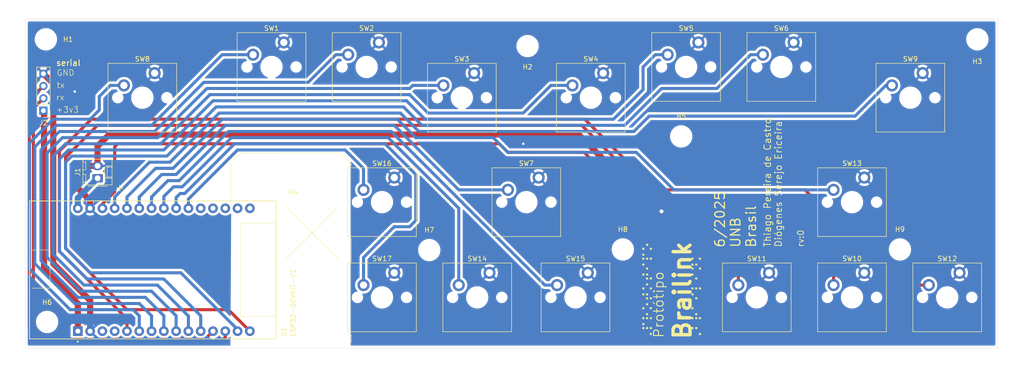
<source format=kicad_pcb>
(kicad_pcb (version 20241229) (generator "pcbnew") (generator_version "9.0")
  (title_block (title "Placa PCB do Brailink") (date "2025-06-19") (rev "0") (company "UNB 1/2025") (comment 1 "Desenho Técnico por Wagner Clemente Coelho Batalha") (comment 2 "Diógenes Serejo Ericeira") (comment 3 "Thiago Pereira de Castro"))
  (layers (0 "F.Cu" signal) (2 "B.Cu" signal) (13 "F.Paste" user) (15 "B.Paste" user) (5 "F.SilkS" user "F.Silkscreen") (7 "B.SilkS" user "B.Silkscreen") (1 "F.Mask" user) (3 "B.Mask" user) (25 "Edge.Cuts" user))
  (net 0 "")
  (net 1 "GND")
  (net 2 "+BATT")
  (net 3 "/P1")
  (net 4 "/P2")
  (net 5 "/P3")
  (net 6 "/P4")
  (net 7 "/P5")
  (net 8 "/P6")
  (net 9 "/ESPACO")
  (net 10 "/ENTER")
  (net 11 "/RETRO")
  (net 12 "/BAIXO")
  (net 13 "/ESQUERDA")
  (net 14 "/DIREITA")
  (net 15 "/CIMA")
  (net 16 "/IMPRIMIR")
  (net 17 "/NARRADOR")
  (net 18 "/VOLUME +")
  (net 19 "/VOLUME -")
  (net 24 "/TX")
  (net 25 "+3V3")
  (net 27 "/RX")
  (footprint "MountingHole:MountingHole_3.2mm_M3" (layer "F.Cu") (at 239.268 76.2)
    (property "Reference" "H3" (at 0 4.572 0) (layer "F.SilkS"))
    (property "Value" "MountingHole_3.2mm_M3")
    (pad "" np_thru_hole circle (at 0 0) (size 4 4) (drill 4) (layers "*.Cu" "*.Mask"))
  )
  (footprint "PCM_Switch_Keyboard_Cherry_MX:SW_Cherry_MX_PCB_2.00u" (layer "F.Cu") (at 146.05 109.855)
    (property "Reference" "SW7" (at 0 -8 0) (layer "F.SilkS"))
    (property "Value" "ESPACO")
    (fp_line (start -7.1 -7.1) (end -7.1 7.1) (stroke (width 0.12)) (layer "F.SilkS"))
    (fp_line (start -7.1 7.1) (end 7.1 7.1) (stroke (width 0.12)) (layer "F.SilkS"))
    (fp_line (start 7.1 -7.1) (end -7.1 -7.1) (stroke (width 0.12)) (layer "F.SilkS"))
    (fp_line (start 7.1 7.1) (end 7.1 -7.1) (stroke (width 0.12)) (layer "F.SilkS"))
    (pad "" np_thru_hole circle (at -5.08 0) (size 1.75 1.75) (drill 1.75) (layers "*.Cu" "*.Mask"))
    (pad "" np_thru_hole circle (at 0 0) (size 4 4) (drill 4) (layers "*.Cu" "*.Mask"))
    (pad "" np_thru_hole circle (at 5.08 0) (size 1.75 1.75) (drill 1.75) (layers "*.Cu" "*.Mask"))
    (pad "1" thru_hole circle (at -3.81 -2.54) (size 2.5 2.5) (drill 1.5) (layers "*.Cu" "*.Mask") (net 9 "/ESPACO"))
    (pad "2" thru_hole circle (at 2.54 -5.08) (size 2.5 2.5) (drill 1.5) (layers "*.Cu" "*.Mask") (net 1 "GND"))
  )
  (footprint "PCM_Switch_Keyboard_Cherry_MX:SW_Cherry_MX_PCB_1.00u" (layer "F.Cu") (at 116.205 109.855)
    (property "Reference" "SW16" (at 0 -8 0) (layer "F.SilkS"))
    (property "Value" "VOLUME +")
    (fp_line (start -7.1 -7.1) (end -7.1 7.1) (stroke (width 0.12)) (layer "F.SilkS"))
    (fp_line (start -7.1 7.1) (end 7.1 7.1) (stroke (width 0.12)) (layer "F.SilkS"))
    (fp_line (start 7.1 -7.1) (end -7.1 -7.1) (stroke (width 0.12)) (layer "F.SilkS"))
    (fp_line (start 7.1 7.1) (end 7.1 -7.1) (stroke (width 0.12)) (layer "F.SilkS"))
    (pad "" np_thru_hole circle (at -5.08 0) (size 1.75 1.75) (drill 1.75) (layers "*.Cu" "*.Mask"))
    (pad "" np_thru_hole circle (at 0 0) (size 4 4) (drill 4) (layers "*.Cu" "*.Mask"))
    (pad "" np_thru_hole circle (at 5.08 0) (size 1.75 1.75) (drill 1.75) (layers "*.Cu" "*.Mask"))
    (pad "1" thru_hole circle (at -3.81 -2.54) (size 2.5 2.5) (drill 1.5) (layers "*.Cu" "*.Mask") (net 18 "/VOLUME +"))
    (pad "2" thru_hole circle (at 2.54 -5.08) (size 2.5 2.5) (drill 1.5) (layers "*.Cu" "*.Mask") (net 1 "GND"))
  )
  (footprint "MountingHole:MountingHole_3.2mm_M3" (layer "F.Cu") (at 97.79 103.505)
    (property "Reference" "H4" (at 0.127 4.318 0) (layer "F.SilkS"))
    (property "Value" "MountingHole_3.2mm_M3")
    (pad "" np_thru_hole circle (at 0 0) (size 4 4) (drill 4) (layers "*.Cu" "*.Mask"))
  )
  (footprint "PCM_Switch_Keyboard_Cherry_MX:SW_Cherry_MX_PCB_1.00u" (layer "F.Cu") (at 179.07 81.915)
    (property "Reference" "SW5" (at 0 -8 0) (layer "F.SilkS"))
    (property "Value" "P5")
    (fp_line (start -7.1 -7.1) (end -7.1 7.1) (stroke (width 0.12)) (layer "F.SilkS"))
    (fp_line (start -7.1 7.1) (end 7.1 7.1) (stroke (width 0.12)) (layer "F.SilkS"))
    (fp_line (start 7.1 -7.1) (end -7.1 -7.1) (stroke (width 0.12)) (layer "F.SilkS"))
    (fp_line (start 7.1 7.1) (end 7.1 -7.1) (stroke (width 0.12)) (layer "F.SilkS"))
    (pad "" np_thru_hole circle (at -5.08 0) (size 1.75 1.75) (drill 1.75) (layers "*.Cu" "*.Mask"))
    (pad "" np_thru_hole circle (at 0 0) (size 4 4) (drill 4) (layers "*.Cu" "*.Mask"))
    (pad "" np_thru_hole circle (at 5.08 0) (size 1.75 1.75) (drill 1.75) (layers "*.Cu" "*.Mask"))
    (pad "1" thru_hole circle (at -3.81 -2.54) (size 2.5 2.5) (drill 1.5) (layers "*.Cu" "*.Mask") (net 7 "/P5"))
    (pad "2" thru_hole circle (at 2.54 -5.08) (size 2.5 2.5) (drill 1.5) (layers "*.Cu" "*.Mask") (net 1 "GND"))
  )
  (footprint "PCM_Switch_Keyboard_Cherry_MX:SW_Cherry_MX_PCB_1.00u" (layer "F.Cu") (at 132.715 88.265)
    (property "Reference" "SW3" (at 0 -8 0) (layer "F.SilkS"))
    (property "Value" "P3" (hide yes))
    (fp_line (start -7.1 -7.1) (end -7.1 7.1) (stroke (width 0.12)) (layer "F.SilkS"))
    (fp_line (start -7.1 7.1) (end 7.1 7.1) (stroke (width 0.12)) (layer "F.SilkS"))
    (fp_line (start 7.1 -7.1) (end -7.1 -7.1) (stroke (width 0.12)) (layer "F.SilkS"))
    (fp_line (start 7.1 7.1) (end 7.1 -7.1) (stroke (width 0.12)) (layer "F.SilkS"))
    (pad "" np_thru_hole circle (at -5.08 0) (size 1.75 1.75) (drill 1.75) (layers "*.Cu" "*.Mask"))
    (pad "" np_thru_hole circle (at 0 0) (size 4 4) (drill 4) (layers "*.Cu" "*.Mask"))
    (pad "" np_thru_hole circle (at 5.08 0) (size 1.75 1.75) (drill 1.75) (layers "*.Cu" "*.Mask"))
    (pad "1" thru_hole circle (at -3.81 -2.54) (size 2.5 2.5) (drill 1.5) (layers "*.Cu" "*.Mask") (net 5 "/P3"))
    (pad "2" thru_hole circle (at 2.54 -5.08) (size 2.5 2.5) (drill 1.5) (layers "*.Cu" "*.Mask") (net 1 "GND"))
  )
  (footprint "PCM_Switch_Keyboard_Cherry_MX:SW_Cherry_MX_PCB_1.75u" (layer "F.Cu") (at 66.675 88.265)
    (property "Reference" "SW8" (at 0 -8 0) (layer "F.SilkS"))
    (property "Value" "ENTER")
    (fp_line (start -7.1 -7.1) (end -7.1 7.1) (stroke (width 0.12)) (layer "F.SilkS"))
    (fp_line (start -7.1 7.1) (end 7.1 7.1) (stroke (width 0.12)) (layer "F.SilkS"))
    (fp_line (start 7.1 -7.1) (end -7.1 -7.1) (stroke (width 0.12)) (layer "F.SilkS"))
    (fp_line (start 7.1 7.1) (end 7.1 -7.1) (stroke (width 0.12)) (layer "F.SilkS"))
    (pad "" np_thru_hole circle (at -5.08 0) (size 1.75 1.75) (drill 1.75) (layers "*.Cu" "*.Mask"))
    (pad "" np_thru_hole circle (at 0 0) (size 4 4) (drill 4) (layers "*.Cu" "*.Mask"))
    (pad "" np_thru_hole circle (at 5.08 0) (size 1.75 1.75) (drill 1.75) (layers "*.Cu" "*.Mask"))
    (pad "1" thru_hole circle (at -3.81 -2.54) (size 2.5 2.5) (drill 1.5) (layers "*.Cu" "*.Mask") (net 10 "/ENTER"))
    (pad "2" thru_hole circle (at 2.54 -5.08) (size 2.5 2.5) (drill 1.5) (layers "*.Cu" "*.Mask") (net 1 "GND"))
  )
  (footprint "PCM_Switch_Keyboard_Cherry_MX:SW_Cherry_MX_PCB_1.00u" (layer "F.Cu") (at 93.37787 81.915)
    (property "Reference" "SW1" (at 0 -8 0) (layer "F.SilkS"))
    (property "Value" "P1")
    (fp_line (start -7.1 -7.1) (end -7.1 7.1) (stroke (width 0.12)) (layer "F.SilkS"))
    (fp_line (start -7.1 7.1) (end 7.1 7.1) (stroke (width 0.12)) (layer "F.SilkS"))
    (fp_line (start 7.1 -7.1) (end -7.1 -7.1) (stroke (width 0.12)) (layer "F.SilkS"))
    (fp_line (start 7.1 7.1) (end 7.1 -7.1) (stroke (width 0.12)) (layer "F.SilkS"))
    (pad "" np_thru_hole circle (at -5.08 0) (size 1.75 1.75) (drill 1.75) (layers "*.Cu" "*.Mask"))
    (pad "" np_thru_hole circle (at 0 0) (size 4 4) (drill 4) (layers "*.Cu" "*.Mask"))
    (pad "" np_thru_hole circle (at 5.08 0) (size 1.75 1.75) (drill 1.75) (layers "*.Cu" "*.Mask"))
    (pad "1" thru_hole circle (at -3.81 -2.54) (size 2.5 2.5) (drill 1.5) (layers "*.Cu" "*.Mask") (net 3 "/P1"))
    (pad "2" thru_hole circle (at 2.54 -5.08) (size 2.5 2.5) (drill 1.5) (layers "*.Cu" "*.Mask") (net 1 "GND"))
  )
  (footprint "MountingHole:MountingHole_3.2mm_M3" (layer "F.Cu") (at 125.984 119.761)
    (property "Reference" "H7" (at 0 -4.15 0) (layer "F.SilkS"))
    (property "Value" "MountingHole_3.2mm_M3")
    (pad "" np_thru_hole circle (at 0 0) (size 4 4) (drill 4) (layers "*.Cu" "*.Mask"))
  )
  (footprint "MountingHole:MountingHole_3.2mm_M3" (layer "F.Cu") (at 46.99 134.62)
    (property "Reference" "H6" (at 0 -4.064 0) (layer "F.SilkS"))
    (property "Value" "MountingHole_3.2mm_M3")
    (pad "" np_thru_hole circle (at 0 0) (size 4 4) (drill 4) (layers "*.Cu" "*.Mask"))
  )
  (footprint "PCM_Switch_Keyboard_Cherry_MX:SW_Cherry_MX_PCB_1.00u" (layer "F.Cu") (at 159.385 88.265)
    (property "Reference" "SW4" (at 0 -8 0) (layer "F.SilkS"))
    (property "Value" "P4")
    (fp_line (start -7.1 -7.1) (end -7.1 7.1) (stroke (width 0.12)) (layer "F.SilkS"))
    (fp_line (start -7.1 7.1) (end 7.1 7.1) (stroke (width 0.12)) (layer "F.SilkS"))
    (fp_line (start 7.1 -7.1) (end -7.1 -7.1) (stroke (width 0.12)) (layer "F.SilkS"))
    (fp_line (start 7.1 7.1) (end 7.1 -7.1) (stroke (width 0.12)) (layer "F.SilkS"))
    (pad "" np_thru_hole circle (at -5.08 0) (size 1.75 1.75) (drill 1.75) (layers "*.Cu" "*.Mask"))
    (pad "" np_thru_hole circle (at 0 0) (size 4 4) (drill 4) (layers "*.Cu" "*.Mask"))
    (pad "" np_thru_hole circle (at 5.08 0) (size 1.75 1.75) (drill 1.75) (layers "*.Cu" "*.Mask"))
    (pad "1" thru_hole circle (at -3.81 -2.54) (size 2.5 2.5) (drill 1.5) (layers "*.Cu" "*.Mask") (net 6 "/P4"))
    (pad "2" thru_hole circle (at 2.54 -5.08) (size 2.5 2.5) (drill 1.5) (layers "*.Cu" "*.Mask") (net 1 "GND"))
  )
  (footprint "PCM_Switch_Keyboard_Cherry_MX:SW_Cherry_MX_PCB_1.00u" (layer "F.Cu") (at 233.045 129.54)
    (property "Reference" "SW12" (at 0 -8 0) (layer "F.SilkS"))
    (property "Value" "DIREITA")
    (fp_line (start -7.1 -7.1) (end -7.1 7.1) (stroke (width 0.12)) (layer "F.SilkS"))
    (fp_line (start -7.1 7.1) (end 7.1 7.1) (stroke (width 0.12)) (layer "F.SilkS"))
    (fp_line (start 7.1 -7.1) (end -7.1 -7.1) (stroke (width 0.12)) (layer "F.SilkS"))
    (fp_line (start 7.1 7.1) (end 7.1 -7.1) (stroke (width 0.12)) (layer "F.SilkS"))
    (pad "" np_thru_hole circle (at -5.08 0) (size 1.75 1.75) (drill 1.75) (layers "*.Cu" "*.Mask"))
    (pad "" np_thru_hole circle (at 0 0) (size 4 4) (drill 4) (layers "*.Cu" "*.Mask"))
    (pad "" np_thru_hole circle (at 5.08 0) (size 1.75 1.75) (drill 1.75) (layers "*.Cu" "*.Mask"))
    (pad "1" thru_hole circle (at -3.81 -2.54) (size 2.5 2.5) (drill 1.5) (layers "*.Cu" "*.Mask") (net 14 "/DIREITA"))
    (pad "2" thru_hole circle (at 2.54 -5.08) (size 2.5 2.5) (drill 1.5) (layers "*.Cu" "*.Mask") (net 1 "GND"))
  )
  (footprint "PCM_Switch_Keyboard_Cherry_MX:SW_Cherry_MX_PCB_1.75u" (layer "F.Cu") (at 225.425 88.265)
    (property "Reference" "SW9" (at 0 -8 0) (layer "F.SilkS"))
    (property "Value" "RETRO")
    (fp_line (start -7.1 -7.1) (end -7.1 7.1) (stroke (width 0.12)) (layer "F.SilkS"))
    (fp_line (start -7.1 7.1) (end 7.1 7.1) (stroke (width 0.12)) (layer "F.SilkS"))
    (fp_line (start 7.1 -7.1) (end -7.1 -7.1) (stroke (width 0.12)) (layer "F.SilkS"))
    (fp_line (start 7.1 7.1) (end 7.1 -7.1) (stroke (width 0.12)) (layer "F.SilkS"))
    (pad "" np_thru_hole circle (at -5.08 0) (size 1.75 1.75) (drill 1.75) (layers "*.Cu" "*.Mask"))
    (pad "" np_thru_hole circle (at 0 0) (size 4 4) (drill 4) (layers "*.Cu" "*.Mask"))
    (pad "" np_thru_hole circle (at 5.08 0) (size 1.75 1.75) (drill 1.75) (layers "*.Cu" "*.Mask"))
    (pad "1" thru_hole circle (at -3.81 -2.54) (size 2.5 2.5) (drill 1.5) (layers "*.Cu" "*.Mask") (net 11 "/RETRO"))
    (pad "2" thru_hole circle (at 2.54 -5.08) (size 2.5 2.5) (drill 1.5) (layers "*.Cu" "*.Mask") (net 1 "GND"))
  )
  (footprint "Connector_PinHeader_2.54mm:PinHeader_1x04_P2.54mm_Vertical" (layer "F.Cu") (at 46.228 90.932 180)
    (property "Reference" "J2" (at 0 -2.54 0) (layer "F.SilkS"))
    (property "Value" "Conn_01x04_Pin")
    (fp_line (start 1.38 1.27) (end 1.38 9) (stroke (width 0.12)) (layer "F.SilkS"))
    (fp_line (start -1.38 9) (end 1.38 9) (stroke (width 0.12)) (layer "F.SilkS"))
    (fp_line (start -1.38 1.27) (end 1.38 1.27) (stroke (width 0.12)) (layer "F.SilkS"))
    (fp_line (start -1.38 1.27) (end -1.38 9) (stroke (width 0.12)) (layer "F.SilkS"))
    (fp_line (start -1.38 0) (end -1.38 -1.38) (stroke (width 0.12)) (layer "F.SilkS"))
    (fp_line (start -1.38 -1.38) (end 0 -1.38) (stroke (width 0.12)) (layer "F.SilkS"))
    (pad "1" thru_hole rect (at 0 0 180) (size 1.7 1.7) (drill 1) (layers "*.Cu" "*.Mask") (net 25 "+3V3"))
    (pad "2" thru_hole circle (at 0 2.54 180) (size 1.7 1.7) (drill 1) (layers "*.Cu" "*.Mask") (net 27 "/RX"))
    (pad "3" thru_hole circle (at 0 5.08 180) (size 1.7 1.7) (drill 1) (layers "*.Cu" "*.Mask") (net 24 "/TX"))
    (pad "4" thru_hole circle (at 0 7.62 180) (size 1.7 1.7) (drill 1) (layers "*.Cu" "*.Mask") (net 1 "GND"))
  )
  (footprint "PCM_Switch_Keyboard_Cherry_MX:SW_Cherry_MX_PCB_1.00u" (layer "F.Cu") (at 193.675001 129.54)
    (property "Reference" "SW11" (at 0 -8 0) (layer "F.SilkS"))
    (property "Value" "ESQUERDA")
    (fp_line (start -7.1 -7.1) (end -7.1 7.1) (stroke (width 0.12)) (layer "F.SilkS"))
    (fp_line (start -7.1 7.1) (end 7.1 7.1) (stroke (width 0.12)) (layer "F.SilkS"))
    (fp_line (start 7.1 -7.1) (end -7.1 -7.1) (stroke (width 0.12)) (layer "F.SilkS"))
    (fp_line (start 7.1 7.1) (end 7.1 -7.1) (stroke (width 0.12)) (layer "F.SilkS"))
    (pad "" np_thru_hole circle (at -5.08 0) (size 1.75 1.75) (drill 1.75) (layers "*.Cu" "*.Mask"))
    (pad "" np_thru_hole circle (at 0 0) (size 4 4) (drill 4) (layers "*.Cu" "*.Mask"))
    (pad "" np_thru_hole circle (at 5.08 0) (size 1.75 1.75) (drill 1.75) (layers "*.Cu" "*.Mask"))
    (pad "1" thru_hole circle (at -3.81 -2.54) (size 2.5 2.5) (drill 1.5) (layers "*.Cu" "*.Mask") (net 13 "/ESQUERDA"))
    (pad "2" thru_hole circle (at 2.54 -5.08) (size 2.5 2.5) (drill 1.5) (layers "*.Cu" "*.Mask") (net 1 "GND"))
  )
  (footprint "MountingHole:MountingHole_3.2mm_M3" (layer "F.Cu") (at 223.266 119.634)
    (property "Reference" "H9" (at 0 -4.15 0) (layer "F.SilkS"))
    (property "Value" "MountingHole_3.2mm_M3")
    (pad "" np_thru_hole circle (at 0 0) (size 4 4) (drill 4) (layers "*.Cu" "*.Mask"))
  )
  (footprint "ESP32-DEVKIT-V1:MODULE_ESP32_DEVKIT_V1" (layer "F.Cu") (at 68.855 123.825 90)
    (property "Reference" "U1" (at -13.97 27.665 90) (layer "F.SilkS") (effects (justify left bottom)))
    (property "Value" "ESP32-DEVKIT-V1")
    (fp_line (start 14.23 -25.475) (end 14.23 25.475) (stroke (width 0.127)) (layer "F.SilkS"))
    (fp_line (start 14.23 -25.475) (end 14.23 25.475) (stroke (width 0.127)) (layer "F.SilkS"))
    (fp_line (start 3.5 -25.475) (end 14.23 -25.475) (stroke (width 0.127)) (layer "F.SilkS"))
    (fp_line (start -3.211 -25.475) (end 3.5 -25.475) (stroke (width 0.127)) (layer "F.SilkS"))
    (fp_line (start -14.28 -25.475) (end 14.23 -25.475) (stroke (width 0.127)) (layer "F.SilkS"))
    (fp_line (start -14.28 -25.475) (end -3.211 -25.475) (stroke (width 0.127)) (layer "F.SilkS"))
    (fp_line (start 4.066 -25.075) (end 4.066 -21.265) (stroke (width 0.1)) (layer "F.SilkS"))
    (fp_line (start 4.066 -21.265) (end -3.808 -21.265) (stroke (width 0.1)) (layer "F.SilkS"))
    (fp_line (start -3.808 -21.265) (end -3.808 -25.075) (stroke (width 0.1)) (layer "F.SilkS"))
    (fp_line (start 14.23 25.475) (end -14.28 25.475) (stroke (width 0.127)) (layer "F.SilkS"))
    (fp_line (start 8.78 25.475) (end 14.23 25.475) (stroke (width 0.127)) (layer "F.SilkS"))
    (fp_line (start -8.91 25.475) (end 8.78 25.475) (stroke (width 0.127)) (layer "F.SilkS"))
    (fp_line (start -14.28 25.475) (end -14.28 -25.475) (stroke (width 0.127)) (layer "F.SilkS"))
    (fp_line (start -14.28 25.475) (end -14.28 -25.475) (stroke (width 0.127)) (layer "F.SilkS"))
    (fp_line (start -14.28 25.475) (end -8.91 25.475) (stroke (width 0.127)) (layer "F.SilkS"))
    (fp_rect (start -9.65 18.105) (end 9.654 25.475) (stroke (width 0.1)) (fill no) (layer "F.SilkS"))
    (fp_circle (center -14.85 -15.515) (end -14.75 -15.515) (stroke (width 0.2)) (fill no) (layer "F.SilkS"))
    (pad "1" thru_hole rect (at -12.7 -15.515 90) (size 2 2) (drill 1.02) (layers "*.Cu" "*.Mask") (net 25 "+3V3"))
    (pad "2" thru_hole circle (at -12.7 -12.975 90) (size 2 2) (drill 1.02) (layers "*.Cu" "*.Mask") (net 1 "GND"))
    (pad "3" thru_hole circle (at -12.7 -10.435 90) (size 2 2) (drill 1.02) (layers "*.Cu" "*.Mask"))
    (pad "4" thru_hole circle (at -12.7 -7.895 90) (size 2 2) (drill 1.02) (layers "*.Cu" "*.Mask"))
    (pad "5" thru_hole circle (at -12.7 -5.355 90) (size 2 2) (drill 1.02) (layers "*.Cu" "*.Mask") (net 14 "/DIREITA"))
    (pad "6" thru_hole circle (at -12.7 -2.815 90) (size 2 2) (drill 1.02) (layers "*.Cu" "*.Mask") (net 10 "/ENTER"))
    (pad "7" thru_hole circle (at -12.7 -0.275 90) (size 2 2) (drill 1.02) (layers "*.Cu" "*.Mask") (net 3 "/P1"))
    (pad "8" thru_hole circle (at -12.7 2.265 90) (size 2 2) (drill 1.02) (layers "*.Cu" "*.Mask") (net 4 "/P2"))
    (pad "9" thru_hole circle (at -12.7 4.805 90) (size 2 2) (drill 1.02) (layers "*.Cu" "*.Mask") (net 5 "/P3"))
    (pad "10" thru_hole circle (at -12.7 7.345 90) (size 2 2) (drill 1.02) (layers "*.Cu" "*.Mask") (net 6 "/P4"))
    (pad "11" thru_hole circle (at -12.7 9.885 90) (size 2 2) (drill 1.02) (layers "*.Cu" "*.Mask") (net 7 "/P5"))
    (pad "12" thru_hole circle (at -12.7 12.425 90) (size 2 2) (drill 1.02) (layers "*.Cu" "*.Mask") (net 27 "/RX"))
    (pad "13" thru_hole circle (at -12.7 14.965 90) (size 2 2) (drill 1.02) (layers "*.Cu" "*.Mask") (net 24 "/TX"))
    (pad "14" thru_hole circle (at -12.7 17.505 90) (size 2 2) (drill 1.02) (layers "*.Cu" "*.Mask") (net 8 "/P6"))
    (pad "15" thru_hole circle (at -12.7 20.045 90) (size 2 2) (drill 1.02) (layers "*.Cu" "*.Mask") (net 12 "/BAIXO"))
    (pad "16" thru_hole circle (at 12.7 20.045 90) (size 2 2) (drill 1.02) (layers "*.Cu" "*.Mask"))
    (pad "17" thru_hole circle (at 12.7 17.505 90) (size 2 2) (drill 1.02) (layers "*.Cu" "*.Mask"))
    (pad "18" thru_hole circle (at 12.7 14.965 90) (size 2 2) (drill 1.02) (layers "*.Cu" "*.Mask"))
    (pad "19" thru_hole circle (at 12.7 12.425 90) (size 2 2) (drill 1.02) (layers "*.Cu" "*.Mask"))
    (pad "20" thru_hole circle (at 12.7 9.885 90) (size 2 2) (drill 1.02) (layers "*.Cu" "*.Mask"))
    (pad "21" thru_hole circle (at 12.7 7.345 90) (size 2 2) (drill 1.02) (layers "*.Cu" "*.Mask") (net 18 "/VOLUME +"))
    (pad "22" thru_hole circle (at 12.7 4.805 90) (size 2 2) (drill 1.02) (layers "*.Cu" "*.Mask") (net 19 "/VOLUME -"))
    (pad "23" thru_hole circle (at 12.7 2.265 90) (size 2 2) (drill 1.02) (layers "*.Cu" "*.Mask") (net 16 "/IMPRIMIR"))
    (pad "24" thru_hole circle (at 12.7 -0.275 90) (size 2 2) (drill 1.02) (layers "*.Cu" "*.Mask") (net 17 "/NARRADOR"))
    (pad "25" thru_hole circle (at 12.7 -2.815 90) (size 2 2) (drill 1.02) (layers "*.Cu" "*.Mask") (net 9 "/ESPACO"))
    (pad "26" thru_hole circle (at 12.7 -5.355 90) (size 2 2) (drill 1.02) (layers "*.Cu" "*.Mask") (net 15 "/CIMA"))
    (pad "27" thru_hole circle (at 12.7 -7.895 90) (size 2 2) (drill 1.02) (layers "*.Cu" "*.Mask") (net 11 "/RETRO"))
    (pad "28" thru_hole circle (at 12.7 -10.435 90) (size 2 2) (drill 1.02) (layers "*.Cu" "*.Mask") (net 13 "/ESQUERDA"))
    (pad "29" thru_hole circle (at 12.7 -12.975 90) (size 2 2) (drill 1.02) (layers "*.Cu" "*.Mask") (net 1 "GND"))
    (pad "30" thru_hole circle (at 12.7 -15.515 90) (size 2 2) (drill 1.02) (layers "*.Cu" "*.Mask") (net 2 "+BATT"))
    (zone (net 0) (net_name "") (layer "B.Cu") (connect_pads (clearance 0)) (min_thickness 0.01)
      (keepout (tracks not_allowed) (vias not_allowed) (pads not_allowed) (copperpour not_allowed) (footprints allowed))
      (fill (thermal_gap 0.508) (thermal_bridge_width 0.508))
      (polygon (pts (xy 87.84 132.735) (xy 87.84 115.045) (xy 94.33 115.045) (xy 94.33 132.735)))
    )
  )
  (footprint "PCM_Switch_Keyboard_Cherry_MX:SW_Cherry_MX_PCB_1.00u" (layer "F.Cu") (at 116.205 129.54)
    (property "Reference" "SW17" (at 0 -8 0) (layer "F.SilkS"))
    (property "Value" "VOLUME -")
    (fp_line (start -7.1 -7.1) (end -7.1 7.1) (stroke (width 0.12)) (layer "F.SilkS"))
    (fp_line (start -7.1 7.1) (end 7.1 7.1) (stroke (width 0.12)) (layer "F.SilkS"))
    (fp_line (start 7.1 -7.1) (end -7.1 -7.1) (stroke (width 0.12)) (layer "F.SilkS"))
    (fp_line (start 7.1 7.1) (end 7.1 -7.1) (stroke (width 0.12)) (layer "F.SilkS"))
    (pad "" np_thru_hole circle (at -5.08 0) (size 1.75 1.75) (drill 1.75) (layers "*.Cu" "*.Mask"))
    (pad "" np_thru_hole circle (at 0 0) (size 4 4) (drill 4) (layers "*.Cu" "*.Mask"))
    (pad "" np_thru_hole circle (at 5.08 0) (size 1.75 1.75) (drill 1.75) (layers "*.Cu" "*.Mask"))
    (pad "1" thru_hole circle (at -3.81 -2.54) (size 2.5 2.5) (drill 1.5) (layers "*.Cu" "*.Mask") (net 19 "/VOLUME -"))
    (pad "2" thru_hole circle (at 2.54 -5.08) (size 2.5 2.5) (drill 1.5) (layers "*.Cu" "*.Mask") (net 1 "GND"))
  )
  (footprint "MountingHole:MountingHole_3.2mm_M3" (layer "F.Cu") (at 46.736 76.2)
    (property "Reference" "H1" (at 4.572 0 0) (layer "F.SilkS"))
    (property "Value" "MountingHole_3.2mm_M3")
    (pad "" np_thru_hole circle (at 0 0) (size 4 4) (drill 4) (layers "*.Cu" "*.Mask"))
  )
  (footprint "PCM_Switch_Keyboard_Cherry_MX:SW_Cherry_MX_PCB_1.00u" (layer "F.Cu") (at 135.89 129.54)
    (property "Reference" "SW14" (at 0 -8 0) (layer "F.SilkS"))
    (property "Value" "IMPRIMIR")
    (fp_line (start -7.1 -7.1) (end -7.1 7.1) (stroke (width 0.12)) (layer "F.SilkS"))
    (fp_line (start -7.1 7.1) (end 7.1 7.1) (stroke (width 0.12)) (layer "F.SilkS"))
    (fp_line (start 7.1 -7.1) (end -7.1 -7.1) (stroke (width 0.12)) (layer "F.SilkS"))
    (fp_line (start 7.1 7.1) (end 7.1 -7.1) (stroke (width 0.12)) (layer "F.SilkS"))
    (pad "" np_thru_hole circle (at -5.08 0) (size 1.75 1.75) (drill 1.75) (layers "*.Cu" "*.Mask"))
    (pad "" np_thru_hole circle (at 0 0) (size 4 4) (drill 4) (layers "*.Cu" "*.Mask"))
    (pad "" np_thru_hole circle (at 5.08 0) (size 1.75 1.75) (drill 1.75) (layers "*.Cu" "*.Mask"))
    (pad "1" thru_hole circle (at -3.81 -2.54) (size 2.5 2.5) (drill 1.5) (layers "*.Cu" "*.Mask") (net 16 "/IMPRIMIR"))
    (pad "2" thru_hole circle (at 2.54 -5.08) (size 2.5 2.5) (drill 1.5) (layers "*.Cu" "*.Mask") (net 1 "GND"))
  )
  (footprint "MountingHole:MountingHole_3.2mm_M3" (layer "F.Cu") (at 165.989 119.634)
    (property "Reference" "H8" (at 0 -4.15 0) (layer "F.SilkS"))
    (property "Value" "MountingHole_3.2mm_M3")
    (pad "" np_thru_hole circle (at 0 0) (size 3.75 3.75) (drill 4) (layers "*.Cu" "*.Mask"))
  )
  (footprint "Connector_Molex:Molex_KK-254_AE-6410-02A_1x02_P2.54mm_Vertical" (layer "F.Cu") (at 57.424 104.907 90)
    (property "Reference" "J1" (at 1.27 -4.12 90) (layer "F.SilkS"))
    (property "Value" "Conn_01x02_Pin")
    (fp_line (start 3.92 -3.03) (end -1.38 -3.03) (stroke (width 0.12)) (layer "F.SilkS"))
    (fp_line (start 1.74 -3.03) (end 1.74 -2.43) (stroke (width 0.12)) (layer "F.SilkS"))
    (fp_line (start -0.8 -3.03) (end -0.8 -2.43) (stroke (width 0.12)) (layer "F.SilkS"))
    (fp_line (start -1.38 -3.03) (end -1.38 2.99) (stroke (width 0.12)) (layer "F.SilkS"))
    (fp_line (start 3.34 -2.43) (end 3.34 -3.03) (stroke (width 0.12)) (layer "F.SilkS"))
    (fp_line (start 1.74 -2.43) (end 3.34 -2.43) (stroke (width 0.12)) (layer "F.SilkS"))
    (fp_line (start 0.8 -2.43) (end 0.8 -3.03) (stroke (width 0.12)) (layer "F.SilkS"))
    (fp_line (start -0.8 -2.43) (end 0.8 -2.43) (stroke (width 0.12)) (layer "F.SilkS"))
    (fp_line (start -1.67 -2) (end -1.67 2) (stroke (width 0.12)) (layer "F.SilkS"))
    (fp_line (start 2.29 1.46) (end 2.54 1.99) (stroke (width 0.12)) (layer "F.SilkS"))
    (fp_line (start 0.25 1.46) (end 2.29 1.46) (stroke (width 0.12)) (layer "F.SilkS"))
    (fp_line (start 2.54 1.99) (end 2.54 2.99) (stroke (width 0.12)) (layer "F.SilkS"))
    (fp_line (start 0 1.99) (end 0.25 1.46) (stroke (width 0.12)) (layer "F.SilkS"))
    (fp_line (start 0 1.99) (end 2.54 1.99) (stroke (width 0.12)) (layer "F.SilkS"))
    (fp_line (start 3.92 2.99) (end 3.92 -3.03) (stroke (width 0.12)) (layer "F.SilkS"))
    (fp_line (start 2.29 2.99) (end 2.29 1.99) (stroke (width 0.12)) (layer "F.SilkS"))
    (fp_line (start 0.25 2.99) (end 0.25 1.99) (stroke (width 0.12)) (layer "F.SilkS"))
    (fp_line (start 0 2.99) (end 0 1.99) (stroke (width 0.12)) (layer "F.SilkS"))
    (fp_line (start -1.38 2.99) (end 3.92 2.99) (stroke (width 0.12)) (layer "F.SilkS"))
    (pad "1" thru_hole roundrect (at 0 0 90) (size 1.74 2.19) (drill 1.19) (layers "*.Cu" "*.Mask") (roundrect_rratio 0.143678) (net 2 "+BATT"))
    (pad "2" thru_hole oval (at 2.54 0 90) (size 1.74 2.19) (drill 1.19) (layers "*.Cu" "*.Mask") (net 1 "GND"))
  )
  (footprint "PCM_Switch_Keyboard_Cherry_MX:SW_Cherry_MX_PCB_1.00u" (layer "F.Cu") (at 213.36 129.54)
    (property "Reference" "SW10" (at 0 -8 0) (layer "F.SilkS"))
    (property "Value" "BAIXO")
    (fp_line (start -7.1 -7.1) (end -7.1 7.1) (stroke (width 0.12)) (layer "F.SilkS"))
    (fp_line (start -7.1 7.1) (end 7.1 7.1) (stroke (width 0.12)) (layer "F.SilkS"))
    (fp_line (start 7.1 -7.1) (end -7.1 -7.1) (stroke (width 0.12)) (layer "F.SilkS"))
    (fp_line (start 7.1 7.1) (end 7.1 -7.1) (stroke (width 0.12)) (layer "F.SilkS"))
    (pad "" np_thru_hole circle (at -5.08 0) (size 1.75 1.75) (drill 1.75) (layers "*.Cu" "*.Mask"))
    (pad "" np_thru_hole circle (at 0 0) (size 4 4) (drill 4) (layers "*.Cu" "*.Mask"))
    (pad "" np_thru_hole circle (at 5.08 0) (size 1.75 1.75) (drill 1.75) (layers "*.Cu" "*.Mask"))
    (pad "1" thru_hole circle (at -3.81 -2.54) (size 2.5 2.5) (drill 1.5) (layers "*.Cu" "*.Mask") (net 12 "/BAIXO"))
    (pad "2" thru_hole circle (at 2.54 -5.08) (size 2.5 2.5) (drill 1.5) (layers "*.Cu" "*.Mask") (net 1 "GND"))
  )
  (footprint "PCM_Switch_Keyboard_Cherry_MX:SW_Cherry_MX_PCB_1.00u" (layer "F.Cu") (at 113.03 81.915)
    (property "Reference" "SW2" (at 0 -8 0) (layer "F.SilkS"))
    (property "Value" "P2")
    (fp_line (start -7.1 -7.1) (end -7.1 7.1) (stroke (width 0.12)) (layer "F.SilkS"))
    (fp_line (start -7.1 7.1) (end 7.1 7.1) (stroke (width 0.12)) (layer "F.SilkS"))
    (fp_line (start 7.1 -7.1) (end -7.1 -7.1) (stroke (width 0.12)) (layer "F.SilkS"))
    (fp_line (start 7.1 7.1) (end 7.1 -7.1) (stroke (width 0.12)) (layer "F.SilkS"))
    (pad "" np_thru_hole circle (at -5.08 0) (size 1.75 1.75) (drill 1.75) (layers "*.Cu" "*.Mask"))
    (pad "" np_thru_hole circle (at 0 0) (size 4 4) (drill 4) (layers "*.Cu" "*.Mask"))
    (pad "" np_thru_hole circle (at 5.08 0) (size 1.75 1.75) (drill 1.75) (layers "*.Cu" "*.Mask"))
    (pad "1" thru_hole circle (at -3.81 -2.54) (size 2.5 2.5) (drill 1.5) (layers "*.Cu" "*.Mask") (net 4 "/P2"))
    (pad "2" thru_hole circle (at 2.54 -5.08) (size 2.5 2.5) (drill 1.5) (layers "*.Cu" "*.Mask") (net 1 "GND"))
  )
  (footprint "PCM_Switch_Keyboard_Cherry_MX:SW_Cherry_MX_PCB_1.00u" (layer "F.Cu") (at 198.755 81.915)
    (property "Reference" "SW6" (at 0 -8 0) (layer "F.SilkS"))
    (property "Value" "P6")
    (fp_line (start -7.1 -7.1) (end -7.1 7.1) (stroke (width 0.12)) (layer "F.SilkS"))
    (fp_line (start -7.1 7.1) (end 7.1 7.1) (stroke (width 0.12)) (layer "F.SilkS"))
    (fp_line (start 7.1 -7.1) (end -7.1 -7.1) (stroke (width 0.12)) (layer "F.SilkS"))
    (fp_line (start 7.1 7.1) (end 7.1 -7.1) (stroke (width 0.12)) (layer "F.SilkS"))
    (pad "" np_thru_hole circle (at -5.08 0) (size 1.75 1.75) (drill 1.75) (layers "*.Cu" "*.Mask"))
    (pad "" np_thru_hole circle (at 0 0) (size 4 4) (drill 4) (layers "*.Cu" "*.Mask"))
    (pad "" np_thru_hole circle (at 5.08 0) (size 1.75 1.75) (drill 1.75) (layers "*.Cu" "*.Mask"))
    (pad "1" thru_hole circle (at -3.81 -2.54) (size 2.5 2.5) (drill 1.5) (layers "*.Cu" "*.Mask") (net 8 "/P6"))
    (pad "2" thru_hole circle (at 2.54 -5.08) (size 2.5 2.5) (drill 1.5) (layers "*.Cu" "*.Mask") (net 1 "GND"))
  )
  (footprint "PCM_Switch_Keyboard_Cherry_MX:SW_Cherry_MX_PCB_1.00u" (layer "F.Cu") (at 156.21 129.54)
    (property "Reference" "SW15" (at 0 -8 0) (layer "F.SilkS"))
    (property "Value" "NARRADOR")
    (fp_line (start -7.1 -7.1) (end -7.1 7.1) (stroke (width 0.12)) (layer "F.SilkS"))
    (fp_line (start -7.1 7.1) (end 7.1 7.1) (stroke (width 0.12)) (layer "F.SilkS"))
    (fp_line (start 7.1 -7.1) (end -7.1 -7.1) (stroke (width 0.12)) (layer "F.SilkS"))
    (fp_line (start 7.1 7.1) (end 7.1 -7.1) (stroke (width 0.12)) (layer "F.SilkS"))
    (pad "" np_thru_hole circle (at -5.08 0) (size 1.75 1.75) (drill 1.75) (layers "*.Cu" "*.Mask"))
    (pad "" np_thru_hole circle (at 0 0) (size 4 4) (drill 4) (layers "*.Cu" "*.Mask"))
    (pad "" np_thru_hole circle (at 5.08 0) (size 1.75 1.75) (drill 1.75) (layers "*.Cu" "*.Mask"))
    (pad "1" thru_hole circle (at -3.81 -2.54) (size 2.5 2.5) (drill 1.5) (layers "*.Cu" "*.Mask") (net 17 "/NARRADOR"))
    (pad "2" thru_hole circle (at 2.54 -5.08) (size 2.5 2.5) (drill 1.5) (layers "*.Cu" "*.Mask") (net 1 "GND"))
  )
  (footprint "MountingHole:MountingHole_3.2mm_M3" (layer "F.Cu") (at 146.304 77.597)
    (property "Reference" "H2" (at 0 4.318 0) (layer "F.SilkS"))
    (property "Value" "MountingHole_3.2mm_M3")
    (pad "" np_thru_hole circle (at 0 0) (size 4 4) (drill 4) (layers "*.Cu" "*.Mask"))
  )
  (footprint "MountingHole:MountingHole_3.2mm_M3" (layer "F.Cu") (at 178.054 96.266)
    (property "Reference" "H5" (at 0 -4.15 0) (layer "F.SilkS"))
    (property "Value" "MountingHole_3.2mm_M3")
    (pad "" np_thru_hole circle (at 0 0) (size 4 4) (drill 4) (layers "*.Cu" "*.Mask"))
  )
  (footprint "PCM_Switch_Keyboard_Cherry_MX:SW_Cherry_MX_PCB_1.00u" (layer "F.Cu") (at 213.36 109.855)
    (property "Reference" "SW13" (at 0 -8 0) (layer "F.SilkS"))
    (property "Value" "CIMA")
    (fp_line (start -7.1 -7.1) (end -7.1 7.1) (stroke (width 0.12)) (layer "F.SilkS"))
    (fp_line (start -7.1 7.1) (end 7.1 7.1) (stroke (width 0.12)) (layer "F.SilkS"))
    (fp_line (start 7.1 -7.1) (end -7.1 -7.1) (stroke (width 0.12)) (layer "F.SilkS"))
    (fp_line (start 7.1 7.1) (end 7.1 -7.1) (stroke (width 0.12)) (layer "F.SilkS"))
    (pad "" np_thru_hole circle (at -5.08 0) (size 1.75 1.75) (drill 1.75) (layers "*.Cu" "*.Mask"))
    (pad "" np_thru_hole circle (at 0 0) (size 4 4) (drill 4) (layers "*.Cu" "*.Mask"))
    (pad "" np_thru_hole circle (at 5.08 0) (size 1.75 1.75) (drill 1.75) (layers "*.Cu" "*.Mask"))
    (pad "1" thru_hole circle (at -3.81 -2.54) (size 2.5 2.5) (drill 1.5) (layers "*.Cu" "*.Mask") (net 15 "/CIMA"))
    (pad "2" thru_hole circle (at 2.54 -5.08) (size 2.5 2.5) (drill 1.5) (layers "*.Cu" "*.Mask") (net 1 "GND"))
  )
  (gr_line (start 109.8 101.854) (end 109.8 102.362) (stroke (width 0.1)) (layer "F.SilkS"))
  (gr_line (start 109.8 101.854) (end 107.823 99.695) (stroke (width 0.1)) (layer "F.SilkS"))
  (gr_line (start 96.375 110.875) (end 107.125 121.625) (stroke (width 0.1)) (layer "F.SilkS"))
  (gr_line (start 85 101.6) (end 86.995 99.7) (stroke (width 0.1)) (layer "F.SilkS"))
  (gr_line (start 109.8 137.16) (end 109.8 138.9) (stroke (width 0.1)) (layer "F.SilkS"))
  (gr_line (start 86.995 99.7) (end 107.823 99.695) (stroke (width 0.1)) (layer "F.SilkS"))
  (gr_line (start 109.8 117.348) (end 109.8 122.174) (stroke (width 0.1)) (layer "F.SilkS"))
  (gr_line (start 96.375 121.625) (end 107.125 110.875) (stroke (width 0.1)) (layer "F.SilkS"))
  (gr_line (start 85 109) (end 85 101.6) (stroke (width 0.1)) (layer "F.SilkS"))
  (gr_rect (start 42.5 72) (end 243.5 140) (stroke (width 0.05)) (fill no) (layer "Edge.Cuts"))
  (gr_text "⠠⠏⠗⠕⠞⠕⠞⠊⠏⠕" (at 172.548 138.548 90) (layer "F.SilkS") (effects (font (size 2 2) (thickness 0.1)) (justify left bottom)))
  (gr_text "+" (at 60.96 107.696 0) (layer "F.SilkS") (effects (font (size 1.5 1.5) (thickness 0.2) (bold yes)) (justify left bottom)))
  (gr_text "rx" (at 48.768 88.9 0) (layer "F.SilkS") (effects (font (size 1.2 1.2) (thickness 0.12)) (justify left bottom)))
  (gr_text "⠠⠃⠗⠁⠊⠇⠊⠝⠅" (at 182.708 138.548 90) (layer "F.SilkS") (effects (font (size 2 2) (thickness 0.1)) (justify left bottom)))
  (gr_text "tx" (at 48.895 86.36 0) (layer "F.SilkS") (effects (font (size 1.2 1.2) (thickness 0.12)) (justify left bottom)))
  (gr_text "serial" (at 48.768 81.788 0) (layer "F.SilkS") (effects (font (size 1.2 1.2) (thickness 0.2) (bold yes)) (justify left bottom)))
  (gr_text "ESP32-DEVKIT-V1" (at 98.425 137.795 90) (layer "F.SilkS") (effects (font (size 1 1)) (justify left bottom)))
  (gr_text "Protótipo" (at 174.58 138.04 90) (layer "F.SilkS") (effects (font (size 2 2) (thickness 0.2)) (justify left bottom)))
  (gr_text "Brailink" (at 180.34 138.548 90) (layer "F.SilkS") (effects (font (size 3.5 3.5) (thickness 0.7) (bold yes)) (justify left bottom)))
  (gr_text "GND" (at 48.895 83.82 0) (layer "F.SilkS") (effects (font (size 1.2 1.2) (thickness 0.12)) (justify left bottom)))
  (gr_text "rv:0" (at 202.012 119.244 90) (layer "F.SilkS") (effects (font (size 1.27 1.27)) (justify left top)))
  (gr_text "Thiago Pereira de Castro\nDiógenes Serejo Ericeira" (at 198.964 119.244 90) (layer "F.SilkS") (effects (font (size 1.4 1.4) (thickness 0.175)) (justify left bottom)))
  (gr_text "+3v3" (at 48.768 91.44 0) (layer "F.SilkS") (effects (font (size 1.2 1.2) (thickness 0.12)) (justify left bottom)))
  (gr_text "6/2025\nUNB\nBrasil" (at 193.675 119.38 90) (layer "F.SilkS") (effects (font (size 2 2) (thickness 0.25)) (justify left bottom)))
  (segment (start 57.404 98.298) (end 59.817 95.885) (width 1.27) (layer "F.Cu") (net 1))
  (segment (start 55.88 109.51) (end 55.88 111.125) (width 1.27) (layer "F.Cu") (net 1))
  (segment (start 171.45 110.49) (end 156.845 95.885) (width 1.27) (layer "F.Cu") (net 1))
  (segment (start 142.24 95.885) (end 144.145 97.79) (width 1.27) (layer "F.Cu") (net 1))
  (segment (start 173.99 111.76) (end 172.72 110.49) (width 1.27) (layer "F.Cu") (net 1))
  (segment (start 144.145 97.79) (end 145.415 97.79) (width 1.27) (layer "F.Cu") (net 1))
  (segment (start 48.26 122.555) (end 55.88 130.175) (width 1.27) (layer "F.Cu") (net 1))
  (segment (start 53.295 103.75) (end 53.295 106.925) (width 1.27) (layer "F.Cu") (net 1))
  (segment (start 59.817 95.885) (end 142.24 95.885) (width 1.27) (layer "F.Cu") (net 1))
  (segment (start 48.26 91.44) (end 48.26 122.555) (width 1.27) (layer "F.Cu") (net 1))
  (segment (start 54.678 102.367) (end 53.295 103.75) (width 1.27) (layer "F.Cu") (net 1))
  (segment (start 57.404 102.347) (end 57.404 98.298) (width 1.27) (layer "F.Cu") (net 1))
  (segment (start 55.88 133.985) (end 55.88 136.525) (width 1.27) (layer "F.Cu") (net 1))
  (segment (start 55.88 130.175) (end 55.88 133.985) (width 1.27) (layer "F.Cu") (net 1))
  (segment (start 156.845 95.885) (end 142.24 95.885) (width 1.27) (layer "F.Cu") (net 1))
  (segment (start 48.26 85.344) (end 46.228 83.312) (width 1.27) (layer "F.Cu") (net 1))
  (segment (start 172.72 110.49) (end 171.45 110.49) (width 1.27) (layer "F.Cu") (net 1))
  (segment (start 52.705 86.995) (end 48.26 91.44) (width 1.27) (layer "F.Cu") (net 1))
  (segment (start 48.26 91.44) (end 48.26 85.344) (width 1.27) (layer "F.Cu") (net 1))
  (segment (start 53.295 106.925) (end 55.88 109.51) (width 1.27) (layer "F.Cu") (net 1))
  (segment (start 57.424 102.367) (end 54.678 102.367) (width 1.27) (layer "F.Cu") (net 1))
  (via (at 52.705 86.995) (size 0.9) (drill 0.5) (layers "F.Cu" "B.Cu") (net 1))
  (via (at 145.415 97.79) (size 0.9) (drill 0.5) (layers "F.Cu" "B.Cu") (net 1))
  (via (at 173.99 111.76) (size 1.2) (drill 0.8) (layers "F.Cu" "B.Cu") (net 1))
  (segment (start 55.88 136.525) (end 55.88 133.985) (width 1.27) (layer "B.Cu") (net 1))
  (segment (start 53.34 111.125) (end 53.34 108.991) (width 1.27) (layer "B.Cu") (net 2))
  (segment (start 53.34 108.991) (end 57.424 104.907) (width 1.27) (layer "B.Cu") (net 2))
  (segment (start 89.56787 79.375) (end 83.185 79.375) (width 0.635) (layer "B.Cu") (net 3))
  (segment (start 68.58 133.35) (end 68.58 136.525) (width 0.635) (layer "B.Cu") (net 3))
  (segment (start 44.45 122.555) (end 52.705 130.81) (width 0.635) (layer "B.Cu") (net 3))
  (segment (start 83.185 79.375) (end 68.58 93.98) (width 0.635) (layer "B.Cu") (net 3))
  (segment (start 48.895 93.98) (end 44.45 98.425) (width 0.635) (layer "B.Cu") (net 3))
  (segment (start 44.45 98.425) (end 44.45 122.555) (width 0.635) (layer "B.Cu") (net 3))
  (segment (start 68.58 93.98) (end 48.895 93.98) (width 0.635) (layer "B.Cu") (net 3))
  (segment (start 52.705 130.81) (end 66.04 130.81) (width 0.635) (layer "B.Cu") (net 3))
  (segment (start 66.04 130.81) (end 68.58 133.35) (width 0.635) (layer "B.Cu") (net 3))
  (segment (start 71.12 133.35) (end 71.12 136.525) (width 0.635) (layer "B.Cu") (net 4))
  (segment (start 67.31 129.54) (end 71.12 133.35) (width 0.635) (layer "B.Cu") (net 4))
  (segment (start 53.34 129.54) (end 67.31 129.54) (width 0.635) (layer "B.Cu") (net 4))
  (segment (start 106.68 79.375) (end 100.965 85.09) (width 0.635) (layer "B.Cu") (net 4))
  (segment (start 79.375 85.09) (end 69.215 95.25) (width 0.635) (layer "B.Cu") (net 4))
  (segment (start 69.215 95.25) (end 49.53 95.25) (width 0.635) (layer "B.Cu") (net 4))
  (segment (start 100.965 85.09) (end 79.375 85.09) (width 0.635) (layer "B.Cu") (net 4))
  (segment (start 49.53 95.25) (end 45.72 99.06) (width 0.635) (layer "B.Cu") (net 4))
  (segment (start 109.22 79.375) (end 106.68 79.375) (width 0.635) (layer "B.Cu") (net 4))
  (segment (start 45.72 99.06) (end 45.72 121.92) (width 0.635) (layer "B.Cu") (net 4))
  (segment (start 45.72 121.92) (end 53.34 129.54) (width 0.635) (layer "B.Cu") (net 4))
  (segment (start 53.975 128.27) (end 68.58 128.27) (width 0.635) (layer "B.Cu") (net 5))
  (segment (start 73.66 133.35) (end 73.66 136.525) (width 0.635) (layer "B.Cu") (net 5))
  (segment (start 121.92 86.36) (end 80.01 86.36) (width 0.635) (layer "B.Cu") (net 5))
  (segment (start 50.165 96.52) (end 46.99 99.695) (width 0.635) (layer "B.Cu") (net 5))
  (segment (start 46.99 99.695) (end 46.99 121.285) (width 0.635) (layer "B.Cu") (net 5))
  (segment (start 80.01 86.36) (end 69.85 96.52) (width 0.635) (layer "B.Cu") (net 5))
  (segment (start 68.58 128.27) (end 73.66 133.35) (width 0.635) (layer "B.Cu") (net 5))
  (segment (start 46.99 121.285) (end 53.975 128.27) (width 0.635) (layer "B.Cu") (net 5))
  (segment (start 122.555 85.725) (end 121.92 86.36) (width 0.635) (layer "B.Cu") (net 5))
  (segment (start 69.85 96.52) (end 50.165 96.52) (width 0.635) (layer "B.Cu") (net 5))
  (segment (start 128.905 85.725) (end 122.555 85.725) (width 0.635) (layer "B.Cu") (net 5))
  (segment (start 125.73 91.44) (end 121.92 87.63) (width 0.635) (layer "B.Cu") (net 6))
  (segment (start 48.26 120.65) (end 54.61 127) (width 0.635) (layer "B.Cu") (net 6))
  (segment (start 69.802528 127) (end 76.2 133.397472) (width 0.635) (layer "B.Cu") (net 6))
  (segment (start 155.575 85.725) (end 151.13 85.725) (width 0.635) (layer "B.Cu") (net 6))
  (segment (start 151.13 85.725) (end 145.415 91.44) (width 0.635) (layer "B.Cu") (net 6))
  (segment (start 54.61 127) (end 69.802528 127) (width 0.635) (layer "B.Cu") (net 6))
  (segment (start 145.415 91.44) (end 125.73 91.44) (width 0.635) (layer "B.Cu") (net 6))
  (segment (start 70.485 97.79) (end 50.8 97.79) (width 0.635) (layer "B.Cu") (net 6))
  (segment (start 80.645 87.63) (end 70.485 97.79) (width 0.635) (layer "B.Cu") (net 6))
  (segment (start 50.8 97.79) (end 48.26 100.33) (width 0.635) (layer "B.Cu") (net 6))
  (segment (start 121.92 87.63) (end 80.645 87.63) (width 0.635) (layer "B.Cu") (net 6))
  (segment (start 48.26 100.33) (end 48.26 120.65) (width 0.635) (layer "B.Cu") (net 6))
  (segment (start 76.2 133.397472) (end 76.2 136.525) (width 0.635) (layer "B.Cu") (net 6))
  (segment (start 172.72 79.375) (end 170.18 81.915) (width 0.635) (layer "B.Cu") (net 7))
  (segment (start 78.74 133.35) (end 78.74 136.525) (width 0.635) (layer "B.Cu") (net 7))
  (segment (start 71.12 99.06) (end 51.435 99.06) (width 0.635) (layer "B.Cu") (net 7))
  (segment (start 170.18 81.915) (end 170.18 86.588827) (width 0.635) (layer "B.Cu") (net 7))
  (segment (start 125.095 92.71) (end 121.285 88.9) (width 0.635) (layer "B.Cu") (net 7))
  (segment (start 164.058827 92.71) (end 125.095 92.71) (width 0.635) (layer "B.Cu") (net 7))
  (segment (start 175.26 79.375) (end 172.72 79.375) (width 0.635) (layer "B.Cu") (net 7))
  (segment (start 49.53 100.965) (end 49.53 120.015) (width 0.635) (layer "B.Cu") (net 7))
  (segment (start 121.285 88.9) (end 81.28 88.9) (width 0.635) (layer "B.Cu") (net 7))
  (segment (start 51.435 99.06) (end 49.53 100.965) (width 0.635) (layer "B.Cu") (net 7))
  (segment (start 170.18 86.588827) (end 164.058827 92.71) (width 0.635) (layer "B.Cu") (net 7))
  (segment (start 49.53 120.015) (end 55.245 125.73) (width 0.635) (layer "B.Cu") (net 7))
  (segment (start 81.28 88.9) (end 71.12 99.06) (width 0.635) (layer "B.Cu") (net 7))
  (segment (start 55.245 125.73) (end 71.12 125.73) (width 0.635) (layer "B.Cu") (net 7))
  (segment (start 71.12 125.73) (end 78.74 133.35) (width 0.635) (layer "B.Cu") (net 7))
  (segment (start 194.945 79.375) (end 192.405 79.375) (width 0.635) (layer "B.Cu") (net 8))
  (segment (start 173.99 86.36) (end 166.37 93.98) (width 0.635) (layer "B.Cu") (net 8))
  (segment (start 50.8 119.38) (end 55.88 124.46) (width 0.635) (layer "B.Cu") (net 8))
  (segment (start 81.915 90.17) (end 71.755 100.33) (width 0.635) (layer "B.Cu") (net 8))
  (segment (start 120.65 90.17) (end 81.915 90.17) (width 0.635) (layer "B.Cu") (net 8))
  (segment (start 71.755 100.33) (end 52.07 100.33) (width 0.635) (layer "B.Cu") (net 8))
  (segment (start 86.36 136.18) (end 86.36 136.525) (width 0.635) (layer "B.Cu") (net 8))
  (segment (start 185.42 86.36) (end 173.99 86.36) (width 0.635) (layer "B.Cu") (net 8))
  (segment (start 74.64 124.46) (end 86.36 136.18) (width 0.635) (layer "B.Cu") (net 8))
  (segment (start 52.07 100.33) (end 50.8 101.6) (width 0.635) (layer "B.Cu") (net 8))
  (segment (start 124.46 93.98) (end 120.65 90.17) (width 0.635) (layer "B.Cu") (net 8))
  (segment (start 192.405 79.375) (end 185.42 86.36) (width 0.635) (layer "B.Cu") (net 8))
  (segment (start 50.8 101.6) (end 50.8 119.38) (width 0.635) (layer "B.Cu") (net 8))
  (segment (start 55.88 124.46) (end 74.64 124.46) (width 0.635) (layer "B.Cu") (net 8))
  (segment (start 166.37 93.98) (end 124.46 93.98) (width 0.635) (layer "B.Cu") (net 8))
  (segment (start 66.04 108.785) (end 66.04 111.125) (width 0.635) (layer "B.Cu") (net 9))
  (segment (start 70.685 104.14) (end 66.04 108.785) (width 0.635) (layer "B.Cu") (net 9))
  (segment (start 83.82 93.98) (end 73.66 104.14) (width 0.635) (layer "B.Cu") (net 9))
  (segment (start 132.08 107.315) (end 118.745 93.98) (width 0.635) (layer "B.Cu") (net 9))
  (segment (start 142.24 107.315) (end 132.08 107.315) (width 0.635) (layer "B.Cu") (net 9))
  (segment (start 73.66 104.14) (end 70.685 104.14) (width 0.635) (layer "B.Cu") (net 9))
  (segment (start 118.745 93.98) (end 83.82 93.98) (width 0.635) (layer "B.Cu") (net 9))
  (segment (start 66.04 133.35) (end 66.04 136.525) (width 0.635) (layer "B.Cu") (net 10))
  (segment (start 51.7525 132.08) (end 64.77 132.08) (width 0.635) (layer "B.Cu") (net 10))
  (segment (start 60.071 85.725) (end 57.785 88.011) (width 0.635) (layer "B.Cu") (net 10))
  (segment (start 57.785 90.805) (end 55.88 92.71) (width 0.635) (layer "B.Cu") (net 10))
  (segment (start 48.26 92.71) (end 43.3185 97.6515) (width 0.635) (layer "B.Cu") (net 10))
  (segment (start 64.77 132.08) (end 66.04 133.35) (width 0.635) (layer "B.Cu") (net 10))
  (segment (start 55.88 92.71) (end 48.26 92.71) (width 0.635) (layer "B.Cu") (net 10))
  (segment (start 43.3185 123.646) (end 51.7525 132.08) (width 0.635) (layer "B.Cu") (net 10))
  (segment (start 43.3185 97.6515) (end 43.3185 123.646) (width 0.635) (layer "B.Cu") (net 10))
  (segment (start 62.865 85.725) (end 60.071 85.725) (width 0.635) (layer "B.Cu") (net 10))
  (segment (start 57.785 88.011) (end 57.785 90.805) (width 0.635) (layer "B.Cu") (net 10))
  (segment (start 82.55 91.44) (end 72.39 101.6) (width 0.635) (layer "B.Cu") (net 11))
  (segment (start 171.45 92.075) (end 168.275 95.25) (width 0.635) (layer "B.Cu") (net 11))
  (segment (start 60.96 108.785) (end 60.96 111.125) (width 0.635) (layer "B.Cu") (net 11))
  (segment (start 120.015 91.44) (end 82.55 91.44) (width 0.635) (layer "B.Cu") (net 11))
  (segment (start 220.345 85.725) (end 213.995 92.075) (width 0.635) (layer "B.Cu") (net 11))
  (segment (start 72.39 101.6) (end 68.145 101.6) (width 0.635) (layer "B.Cu") (net 11))
  (segment (start 168.275 95.25) (end 123.825 95.25) (width 0.635) (layer "B.Cu") (net 11))
  (segment (start 123.825 95.25) (end 120.015 91.44) (width 0.635) (layer "B.Cu") (net 11))
  (segment (start 213.995 92.075) (end 171.45 92.075) (width 0.635) (layer "B.Cu") (net 11))
  (segment (start 221.615 85.725) (end 220.345 85.725) (width 0.635) (layer "B.Cu") (net 11))
  (segment (start 68.145 101.6) (end 60.96 108.785) (width 0.635) (layer "B.Cu") (net 11))
  (segment (start 157.48 93.98) (end 57.404 93.98) (width 0.635) (layer "F.Cu") (net 12))
  (segment (start 57.404 93.98) (end 50.8 100.584) (width 0.635) (layer "F.Cu") (net 12))
  (segment (start 195.58 108.585) (end 172.085 108.585) (width 0.635) (layer "F.Cu") (net 12))
  (segment (start 209.55 122.555) (end 195.58 108.585) (width 0.635) (layer "F.Cu") (net 12))
  (segment (start 50.8 119.38) (end 63.5 132.08) (width 0.635) (layer "F.Cu") (net 12))
  (segment (start 50.8 100.584) (end 50.8 119.38) (width 0.635) (layer "F.Cu") (net 12))
  (segment (start 172.085 108.585) (end 157.48 93.98) (width 0.635) (layer "F.Cu") (net 12))
  (segment (start 209.55 127) (end 209.55 122.555) (width 0.635) (layer "F.Cu") (net 12))
  (segment (start 84.455 132.08) (end 88.9 136.525) (width 0.635) (layer "F.Cu") (net 12))
  (segment (start 63.5 132.08) (end 84.455 132.08) (width 0.635) (layer "F.Cu") (net 12))
  (segment (start 142.24 99.568) (end 140.462 97.79) (width 0.635) (layer "F.Cu") (net 13))
  (segment (start 140.462 97.79) (end 61.595 97.79) (width 0.635) (layer "F.Cu") (net 13))
  (segment (start 173.355 114.935) (end 157.988 99.568) (width 0.635) (layer "F.Cu") (net 13))
  (segment (start 189.865001 120.015001) (end 184.785 114.935) (width 0.635) (layer "F.Cu") (net 13))
  (segment (start 60.96 107.696) (end 58.42 110.236) (width 0.635) (layer "F.Cu") (net 13))
  (segment (start 157.988 99.568) (end 142.24 99.568) (width 0.635) (layer "F.Cu") (net 13))
  (segment (start 61.595 97.79) (end 60.96 98.425) (width 0.635) (layer "F.Cu") (net 13))
  (segment (start 189.865001 127) (end 189.865001 120.015001) (width 0.635) (layer "F.Cu") (net 13))
  (segment (start 184.785 114.935) (end 173.355 114.935) (width 0.635) (layer "F.Cu") (net 13))
  (segment (start 60.96 98.425) (end 60.96 107.696) (width 0.635) (layer "F.Cu") (net 13))
  (segment (start 58.42 110.236) (end 58.42 111.125) (width 0.635) (layer "F.Cu") (net 13))
  (segment (start 229.235 127) (end 223.312872 127) (width 0.635) (layer "F.Cu") (net 14))
  (segment (start 172.72 107.315) (end 158.115 92.71) (width 0.635) (layer "F.Cu") (net 14))
  (segment (start 56.134 92.71) (end 49.53 99.314) (width 0.635) (layer "F.Cu") (net 14))
  (segment (start 49.53 99.314) (end 49.53 120.015) (width 0.635) (layer "F.Cu") (net 14))
  (segment (start 49.53 120.015) (end 63.5 133.985) (width 0.635) (layer "F.Cu") (net 14))
  (segment (start 158.115 92.71) (end 56.134 92.71) (width 0.635) (layer "F.Cu") (net 14))
  (segment (start 203.627872 107.315) (end 172.72 107.315) (width 0.635) (layer "F.Cu") (net 14))
  (segment (start 63.5 133.985) (end 63.5 136.525) (width 0.635) (layer "F.Cu") (net 14))
  (segment (start 223.312872 127) (end 203.627872 107.315) (width 0.635) (layer "F.Cu") (net 14))
  (segment (start 123.19 96.52) (end 119.38 92.71) (width 0.635) (layer "B.Cu") (net 15))
  (segment (start 69.415 102.87) (end 63.5 108.785) (width 0.635) (layer "B.Cu") (net 15))
  (segment (start 142.24 99.568) (end 139.192 96.52) (width 0.635) (layer "B.Cu") (net 15))
  (segment (start 73.025 102.87) (end 69.415 102.87) (width 0.635) (layer "B.Cu") (net 15))
  (segment (start 209.55 107.315) (end 176.53 107.315) (width 0.635) (layer "B.Cu") (net 15))
  (segment (start 83.185 92.71) (end 73.025 102.87) (width 0.635) (layer "B.Cu") (net 15))
  (segment (start 168.783 99.568) (end 142.24 99.568) (width 0.635) (layer "B.Cu") (net 15))
  (segment (start 119.38 92.71) (end 83.185 92.71) (width 0.635) (layer "B.Cu") (net 15))
  (segment (start 63.5 108.785) (end 63.5 111.125) (width 0.635) (layer "B.Cu") (net 15))
  (segment (start 139.192 96.52) (end 123.19 96.52) (width 0.635) (layer "B.Cu") (net 15))
  (segment (start 176.53 107.315) (end 168.783 99.568) (width 0.635) (layer "B.Cu") (net 15))
  (segment (start 73.125 106.68) (end 71.12 108.685) (width 0.635) (layer "B.Cu") (net 16))
  (segment (start 85.09 96.52) (end 74.93 106.68) (width 0.635) (layer "B.Cu") (net 16))
  (segment (start 132.08 127) (end 132.08 111.125) (width 0.635) (layer "B.Cu") (net 16))
  (segment (start 117.475 96.52) (end 85.09 96.52) (width 0.635) (layer "B.Cu") (net 16))
  (segment (start 71.12 108.685) (end 71.12 111.125) (width 0.635) (layer "B.Cu") (net 16))
  (segment (start 74.93 106.68) (end 73.125 106.68) (width 0.635) (layer "B.Cu") (net 16))
  (segment (start 132.08 111.125) (end 117.475 96.52) (width 0.635) (layer "B.Cu") (net 16))
  (segment (start 68.58 108.785) (end 68.58 111.125) (width 0.635) (layer "B.Cu") (net 17))
  (segment (start 84.455 95.25) (end 74.295 105.41) (width 0.635) (layer "B.Cu") (net 17))
  (segment (start 74.295 105.41) (end 71.955 105.41) (width 0.635) (layer "B.Cu") (net 17))
  (segment (start 71.955 105.41) (end 68.58 108.785) (width 0.635) (layer "B.Cu") (net 17))
  (segment (start 118.11 95.25) (end 84.455 95.25) (width 0.635) (layer "B.Cu") (net 17))
  (segment (start 152.4 127) (end 149.86 127) (width 0.635) (layer "B.Cu") (net 17))
  (segment (start 149.86 127) (end 118.11 95.25) (width 0.635) (layer "B.Cu") (net 17))
  (segment (start 86.36 99.06) (end 76.2 109.22) (width 0.635) (layer "B.Cu") (net 18))
  (segment (start 112.395 102.87) (end 108.585 99.06) (width 0.635) (layer "B.Cu") (net 18))
  (segment (start 76.2 109.22) (end 76.2 111.125) (width 0.635) (layer "B.Cu") (net 18))
  (segment (start 112.395 107.315) (end 112.395 102.87) (width 0.635) (layer "B.Cu") (net 18))
  (segment (start 108.585 99.06) (end 86.36 99.06) (width 0.635) (layer "B.Cu") (net 18))
  (segment (start 73.66 111.125) (end 73.66 108.912) (width 0.635) (layer "B.Cu") (net 19))
  (segment (start 75.447 108.068) (end 85.725 97.79) (width 0.635) (layer "B.Cu") (net 19))
  (segment (start 74.504 108.068) (end 75.447 108.068) (width 0.635) (layer "B.Cu") (net 19))
  (segment (start 123.19 104.14) (end 123.19 113.665) (width 0.635) (layer "B.Cu") (net 19))
  (segment (start 118.745 114.935) (end 112.395 121.285) (width 0.635) (layer "B.Cu") (net 19))
  (segment (start 85.725 97.79) (end 116.84 97.79) (width 0.635) (layer "B.Cu") (net 19))
  (segment (start 121.92 114.935) (end 118.745 114.935) (width 0.635) (layer "B.Cu") (net 19))
  (segment (start 73.66 108.912) (end 74.504 108.068) (width 0.635) (layer "B.Cu") (net 19))
  (segment (start 123.19 113.665) (end 121.92 114.935) (width 0.635) (layer "B.Cu") (net 19))
  (segment (start 112.395 121.285) (end 112.395 127) (width 0.635) (layer "B.Cu") (net 19))
  (segment (start 116.84 97.79) (end 123.19 104.14) (width 0.635) (layer "B.Cu") (net 19))
  (segment (start 83.82 136.525) (end 83.82 137.795) (width 0.635) (layer "F.Cu") (net 24))
  (segment (start 46.5496 139.065) (end 43.3185 135.8339) (width 0.635) (layer "F.Cu") (net 24))
  (segment (start 82.55 139.065) (end 46.5496 139.065) (width 0.635) (layer "F.Cu") (net 24))
  (segment (start 43.3185 88.7615) (end 46.228 85.852) (width 0.635) (layer "F.Cu") (net 24))
  (segment (start 43.3185 135.8339) (end 43.3185 88.7615) (width 0.635) (layer "F.Cu") (net 24))
  (segment (start 83.82 137.795) (end 82.55 139.065) (width 0.635) (layer "F.Cu") (net 24))
  (segment (start 46.355 123.825) (end 46.355 91.059) (width 1.27) (layer "F.Cu") (net 25))
  (segment (start 53.34 136.525) (end 53.34 130.81) (width 1.27) (layer "F.Cu") (net 25))
  (segment (start 53.34 130.81) (end 46.355 123.825) (width 1.27) (layer "F.Cu") (net 25))
  (segment (start 44.1545 135.487618) (end 44.1545 90.4655) (width 0.635) (layer "F.Cu") (net 27))
  (segment (start 44.1545 90.4655) (end 46.228 88.392) (width 0.635) (layer "F.Cu") (net 27))
  (segment (start 46.895882 138.229) (end 44.1545 135.487618) (width 0.635) (layer "F.Cu") (net 27))
  (segment (start 81.28 136.525) (end 79.576 138.229) (width 0.635) (layer "F.Cu") (net 27))
  (segment (start 79.576 138.229) (end 46.895882 138.229) (width 0.635) (layer "F.Cu") (net 27))
  (zone (net 0) (net_name "") (layers "F.Cu" "B.Cu") (connect_pads (clearance 0)) (min_thickness 0.22)
    (keepout (tracks allowed) (vias allowed) (pads allowed) (copperpour not_allowed) (footprints allowed))
    (fill (thermal_gap 0.5) (thermal_bridge_width 0.5))
    (polygon (pts (xy 109.728 101.6) (xy 107.95 99.695) (xy 86.995 99.695) (xy 85.09 101.6) (xy 84.863065 144.145) (xy 109.728 144.145)))
  )
  (zone (net 1) (net_name "GND") (layer "B.Cu") (connect_pads (clearance 0.5)) (min_thickness 0.22) (fill yes (thermal_gap 0.5) (thermal_bridge_width 0.5) (smoothing fillet) (radius 2))
    (polygon (pts (xy 38.1 68.072) (xy 248.92 68.072) (xy 248.92 144.78) (xy 38.1 144.78)))
  )
)
</source>
